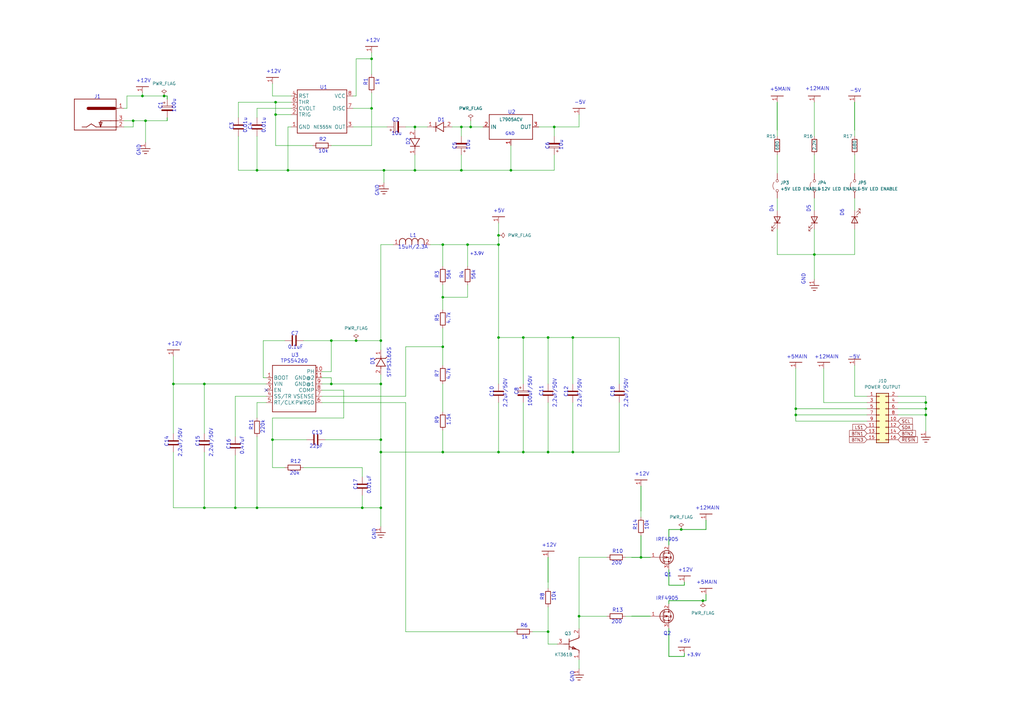
<source format=kicad_sch>
(kicad_sch (version 20250114) (generator "eeschema") (generator_version "9.0")
  (paper "A3")
  (lib_symbols
    (symbol "8088clock_w:+12MAIN" (power)
      (symbol "+12MAIN_1_0"
        (pin power_in line (at 0 -2.54 90) (length 2.54) (name "VCC") (number "1"))
      )
    )
    (symbol "8088clock_w:+12V" (power)
      (symbol "+12V_1_0"
        (pin power_in line (at 0 -2.54 90) (length 2.54) (name "+12V") (number "1"))
      )
    )
    (symbol "8088clock_w:+5MAIN" (power)
      (symbol "+5MAIN_1_0"
        (pin power_in line (at 0 -2.54 90) (length 2.54) (name "VCC") (number "1"))
      )
    )
    (symbol "8088clock_w:+5V" (power)
      (symbol "+5V_1_0"
        (pin power_in line (at 0 -2.54 90) (length 2.54) (name "+V") (number "1"))
      )
    )
    (symbol "8088clock_w:-5V" (power)
      (symbol "-5V_1_0"
        (pin power_in line (at 0 -2.54 90) (length 2.54) (name "-5V") (number "1"))
      )
    )
    (symbol "8088clock_w:4840-2201"
      (symbol "4840-2201_1_0"
        (pin power_in line (at 11.43 2.54 180) (length 2.54) (name "1") (number "1"))
        (pin power_in line (at 11.43 -2.54 180) (length 2.54) (name "3") (number "3"))
        (pin power_in line (at 11.43 -5.08 180) (length 2.54) (name "2") (number "2"))
      )
    )
    (symbol "8088clock_w:C" (pin_numbers (hide yes)) (pin_names (offset 0.254))
      (property "Reference" "C" (at 0.635 2.54 0))
      (property "Value" "C" (at 0.635 -2.54 0))
      (symbol "C_1_1"
        (pin passive line (at 0 3.81 270) (length 2.794) (name "~") (number "1"))
        (pin passive line (at 0 -3.81 90) (length 2.794) (name "~") (number "2"))
      )
    )
    (symbol "8088clock_w:CDRH8D43NP-150NC"
      (symbol "CDRH8D43NP-150NC_1_0"
        (pin passive line (at -7.62 -1.27 0) (length 2.54) (name "1") (number "1"))
        (pin passive line (at 7.62 -1.27 180) (length 2.54) (name "2") (number "2"))
      )
    )
    (symbol "8088clock_w:C_Polarized" (pin_numbers (hide yes)) (pin_names (offset 0.254))
      (property "Reference" "C" (at 0.635 2.54 0))
      (property "Value" "C_Polarized" (at 0.635 -2.54 0))
      (symbol "C_Polarized_1_1"
        (pin passive line (at 0 3.81 270) (length 2.794) (name "~") (number "1"))
        (pin passive line (at 0 -3.81 90) (length 2.794) (name "~") (number "2"))
      )
    )
    (symbol "8088clock_w:DIODE"
      (symbol "DIODE_1_0"
        (pin passive line (at -5.08 0 0) (length 2.54) (name "A") (number "2"))
        (pin passive line (at 5.08 0 180) (length 2.54) (name "K") (number "1"))
      )
    )
    (symbol "8088clock_w:GND" (power)
      (symbol "GND_1_0"
        (pin power_in line (at 0 3.556 270) (length 2.54) (name "GND") (number "1"))
      )
    )
    (symbol "8088clock_w:IRF4905" (pin_names (hide yes))
      (property "Reference" "Q" (at 5.08 1.905 0))
      (property "Value" "IRF4905" (at 5.08 0 0))
      (symbol "IRF4905_1_1"
        (pin input line (at -5.08 0 0) (length 2.54) (name "G") (number "1"))
        (pin passive line (at 2.54 5.08 270) (length 2.54) (name "D") (number "2"))
        (pin passive line (at 2.54 -5.08 90) (length 2.54) (name "S") (number "3"))
      )
    )
    (symbol "8088clock_w:L7905ACV"
      (symbol "L7905ACV_1_0"
        (pin power_in line (at -11.43 0 0) (length 2.54) (name "IN") (number "2"))
        (pin power_in line (at 0 -7.62 90) (length 2.54) (name "GND") (number "1"))
        (pin power_out line (at 11.43 0 180) (length 2.54) (name "OUT") (number "3"))
      )
    )
    (symbol "8088clock_w:LED" (pin_numbers (hide yes)) (pin_names (offset 1.016) (hide yes))
      (property "Reference" "D" (at 0 2.54 0))
      (property "Value" "LED" (at 0 -2.54 0))
      (symbol "LED_1_1"
        (pin passive line (at -3.81 0 0) (length 2.54) (name "K") (number "1"))
        (pin passive line (at 3.81 0 180) (length 2.54) (name "A") (number "2"))
      )
    )
    (symbol "8088clock_w:NE555N"
      (symbol "NE555N_1_0"
        (pin input inverted (at -12.7 6.35 0) (length 2.54) (name "RST") (number "4"))
        (pin input line (at -12.7 3.81 0) (length 2.54) (name "THR") (number "6"))
        (pin passive line (at -12.7 1.27 0) (length 2.54) (name "CVOLT") (number "5"))
        (pin input line (at -12.7 -1.27 0) (length 2.54) (name "TRIG") (number "2"))
        (pin power_in line (at -12.7 -6.35 0) (length 2.54) (name "GND") (number "1"))
        (pin power_in line (at 12.7 6.35 180) (length 2.54) (name "VCC") (number "8"))
        (pin bidirectional line (at 12.7 1.27 180) (length 2.54) (name "DISC") (number "7"))
        (pin output line (at 12.7 -6.35 180) (length 2.54) (name "OUT") (number "3"))
      )
    )
    (symbol "8088clock_w:PWR_FLAG" (power) (pin_numbers (hide yes)) (pin_names (offset 0) (hide yes))
      (property "Value" "PWR_FLAG" (at 0 3.81 0))
      (symbol "PWR_FLAG_0_0"
        (pin power_out line (at 0 0 90) (length 0) (name "~") (number "1"))
      )
    )
    (symbol "8088clock_w:R" (pin_numbers (hide yes)) (pin_names (offset 0))
      (property "Reference" "R" (at 2.032 0 90))
      (property "Value" "R" (at 0 0 90))
      (symbol "R_1_1"
        (pin passive line (at 0 3.81 270) (length 1.27) (name "~") (number "1"))
        (pin passive line (at 0 -3.81 90) (length 1.27) (name "~") (number "2"))
      )
    )
    (symbol "8088clock_w:STPS3L60S"
      (symbol "STPS3L60S_1_0"
        (pin passive line (at -5.08 0 0) (length 2.54) (name "A") (number "2"))
        (pin passive line (at 5.08 0 180) (length 2.54) (name "K") (number "1"))
      )
    )
    (symbol "8088clock_w:TPS54260"
      (symbol "TPS54260_1_0"
        (pin output line (at -11.43 3.81 0) (length 2.54) (name "BOOT") (number "1"))
        (pin power_in line (at -11.43 1.27 0) (length 2.54) (name "VIN") (number "2"))
        (pin input line (at -11.43 -1.27 0) (length 2.54) (name "EN") (number "3"))
        (pin input line (at -11.43 -3.81 0) (length 2.54) (name "SS/TR") (number "4"))
        (pin input line (at -11.43 -6.35 0) (length 2.54) (name "RT/CLK") (number "5"))
        (pin power_in line (at 11.43 6.35 180) (length 2.54) (name "PH") (number "10"))
        (pin power_in line (at 11.43 3.81 180) (length 2.54) (name "GND@2") (number "11"))
        (pin power_in line (at 11.43 1.27 180) (length 2.54) (name "GND@1") (number "9"))
        (pin output line (at 11.43 -1.27 180) (length 2.54) (name "COMP") (number "8"))
        (pin input line (at 11.43 -3.81 180) (length 2.54) (name "VSENSE") (number "7"))
        (pin output line (at 11.43 -6.35 180) (length 2.54) (name "PWRGD") (number "6"))
      )
    )
    (symbol "8088clock_w:КТ315"
      (symbol "КТ315_1_0"
        (pin passive line (at -6.35 0 0) (length 2.54) (name "Б") (number "3"))
        (pin passive line (at 2.54 6.35 270) (length 2.54) (name "К") (number "2"))
        (pin passive line (at 2.54 -6.35 90) (length 2.54) (name "Э") (number "1"))
      )
    )
    (symbol "Connector_Generic:Conn_02x08_Odd_Even" (pin_names (offset 1.016) (hide yes))
      (property "Reference" "J" (at 1.27 10.16 0))
      (property "Value" "Conn_02x08_Odd_Even" (at 1.27 -12.7 0))
      (symbol "Conn_02x08_Odd_Even_1_1"
        (pin passive line (at -5.08 7.62 0) (length 3.81) (name "Pin_1") (number "1"))
        (pin passive line (at -5.08 5.08 0) (length 3.81) (name "Pin_3") (number "3"))
        (pin passive line (at -5.08 2.54 0) (length 3.81) (name "Pin_5") (number "5"))
        (pin passive line (at -5.08 0 0) (length 3.81) (name "Pin_7") (number "7"))
        (pin passive line (at -5.08 -2.54 0) (length 3.81) (name "Pin_9") (number "9"))
        (pin passive line (at -5.08 -5.08 0) (length 3.81) (name "Pin_11") (number "11"))
        (pin passive line (at -5.08 -7.62 0) (length 3.81) (name "Pin_13") (number "13"))
        (pin passive line (at -5.08 -10.16 0) (length 3.81) (name "Pin_15") (number "15"))
        (pin passive line (at 7.62 7.62 180) (length 3.81) (name "Pin_2") (number "2"))
        (pin passive line (at 7.62 5.08 180) (length 3.81) (name "Pin_4") (number "4"))
        (pin passive line (at 7.62 2.54 180) (length 3.81) (name "Pin_6") (number "6"))
        (pin passive line (at 7.62 0 180) (length 3.81) (name "Pin_8") (number "8"))
        (pin passive line (at 7.62 -2.54 180) (length 3.81) (name "Pin_10") (number "10"))
        (pin passive line (at 7.62 -5.08 180) (length 3.81) (name "Pin_12") (number "12"))
        (pin passive line (at 7.62 -7.62 180) (length 3.81) (name "Pin_14") (number "14"))
        (pin passive line (at 7.62 -10.16 180) (length 3.81) (name "Pin_16") (number "16"))
      )
    )
    (symbol "Jumper:Jumper_2_Open" (pin_numbers (hide yes)) (pin_names (offset 0) (hide yes))
      (property "Reference" "JP" (at 0 2.794 0))
      (property "Value" "Jumper_2_Open" (at 0 -2.286 0))
      (symbol "Jumper_2_Open_1_1"
        (pin passive line (at -5.08 0 0) (length 2.54) (name "A") (number "1"))
        (pin passive line (at 5.08 0 180) (length 2.54) (name "B") (number "2"))
      )
    )
  )
  (text "+12MAIN" (at 330.2 37.338 0) (effects (font (size 1.48 1.48)) (justify left bottom)))
  (text "D6" (at 346.253 85.699 90) (effects (font (size 1.48 1.48)) (justify right bottom)))
  (text "4.7k" (at 183.11 155.907 90) (effects (font (size 1.48 1.48)) (justify left top)))
  (text "GND" (at 330.454 116.84 90) (effects (font (size 1.48 1.48)) (justify left bottom)))
  (text "+5V" (at 202.25 87.4 0) (effects (font (size 1.48 1.48)) (justify left bottom)))
  (text "R4" (at 190.27 114.322 90) (effects (font (size 1.48 1.48)) (justify left bottom)))
  (text "220k" (at 106.91 177.898 90) (effects (font (size 1.48 1.48)) (justify left top)))
  (text "10k" (at 264.39 217.465 90) (effects (font (size 1.48 1.48)) (justify left top)))
  (text "C6" (at 225.419 61.428 90) (effects (font (size 1.48 1.48)) (justify left bottom)))
  (text "10u" (at 229.241 61.737 90) (effects (font (size 1.48 1.48)) (justify left top)))
  (text "D4" (at 317.348 84.051 90) (effects (font (size 1.48 1.48)) (justify right bottom)))
  (text "GND" (at 235.585 279.914 90) (effects (font (size 1.48 1.48)) (justify left bottom)))
  (text "4.7k" (at 183.11 133.047 90) (effects (font (size 1.48 1.48)) (justify left top)))
  (text "1k" (at 153.9 35.109 90) (effects (font (size 1.48 1.48)) (justify left top)))
  (text "C13" (at 127.83 178.429 0) (effects (font (size 1.48 1.48)) (justify left bottom)))
  (text "R2" (at 130.824 58.19 0) (effects (font (size 1.48 1.48)) (justify left bottom)))
  (text "+12V" (at 55.782 34.06 0) (effects (font (size 1.48 1.48)) (justify left bottom)))
  (text "10k" (at 130.515 61.19 0) (effects (font (size 1.48 1.48)) (justify left top)))
  (text "Q1" (at 272.429 234.95 0) (effects (font (size 1.48 1.48)) (justify left top)))
  (text "2,2uF/50V" (at 236.861 167.256 90) (effects (font (size 1.48 1.48)) (justify left top)))
  (text "+12V" (at 222.152 224.56 0) (effects (font (size 1.48 1.48)) (justify left bottom)))
  (text "+3.9V" (at 195.58 104.14 0) (effects (font (size 1.27 1.27))))
  (text "TPS54260" (at 115.062 147.32 0) (effects (font (size 1.48 1.48)) (justify left top)))
  (text "R9" (at 180.11 173.94 90) (effects (font (size 1.48 1.48)) (justify left bottom)))
  (text "J1" (at 38.587 40.64 0) (effects (font (size 1.48 1.48)) (justify left bottom)))
  (text "1k" (at 213.811 260.58 0) (effects (font (size 1.48 1.48)) (justify left top)))
  (text "R3" (at 180.11 114.286 90) (effects (font (size 1.48 1.48)) (justify left bottom)))
  (text "-5V" (at 235.505 42.95 0) (effects (font (size 1.48 1.48)) (justify left bottom)))
  (text "R11" (at 103.91 176.607 90) (effects (font (size 1.48 1.48)) (justify left bottom)))
  (text "0.47uF" (at 98.431 186.572 90) (effects (font (size 1.48 1.48)) (justify left top)))
  (text "GND" (at 154.305 221.494 90) (effects (font (size 1.48 1.48)) (justify left bottom)))
  (text "IRF4905" (at 268.993 246.38 0) (effects (font (size 1.48 1.48)) (justify left bottom)))
  (text "C17" (at 146.679 201.1 90) (effects (font (size 1.48 1.48)) (justify left bottom)))
  (text "10u" (at 160.513 53.981 0) (effects (font (size 1.48 1.48)) (justify left top)))
  (text "R1" (at 150.9 35.219 90) (effects (font (size 1.48 1.48)) (justify left bottom)))
  (text "R6" (at 213.411 257.58 0) (effects (font (size 1.48 1.48)) (justify left bottom)))
  (text "C12" (at 233.039 163 90) (effects (font (size 1.48 1.48)) (justify left bottom)))
  (text "C3" (at 95.879 53.362 90) (effects (font (size 1.48 1.48)) (justify left bottom)))
  (text "2,2uF/50V" (at 206.381 167.256 90) (effects (font (size 1.48 1.48)) (justify left top)))
  (text "C11" (at 222.879 162.673 90) (effects (font (size 1.48 1.48)) (justify left bottom)))
  (text "D5" (at 332.588 84.087 90) (effects (font (size 1.48 1.48)) (justify right bottom)))
  (text "10u" (at 191.141 61.737 90) (effects (font (size 1.48 1.48)) (justify left top)))
  (text "100uF/50V" (at 216.541 166.883 90) (effects (font (size 1.48 1.48)) (justify left top)))
  (text "0.1uF" (at 118.067 141.611 0) (effects (font (size 1.48 1.48)) (justify left top)))
  (text "+12MAIN" (at 285.122 209.32 0) (effects (font (size 1.48 1.48)) (justify left bottom)))
  (text "R5" (at 180.11 132.066 90) (effects (font (size 1.48 1.48)) (justify left bottom)))
  (text "L1" (at 168.055 97.56 0) (effects (font (size 1.48 1.48)) (justify left bottom)))
  (text "C1" (at 66.669 44.932 90) (effects (font (size 1.48 1.48)) (justify left bottom)))
  (text "200" (at 250.728 230.1 0) (effects (font (size 1.48 1.48)) (justify left top)))
  (text "D2" (at 168.275 59.676 90) (effects (font (size 1.48 1.48)) (justify left bottom)))
  (text "C16" (at 94.609 184.553 90) (effects (font (size 1.48 1.48)) (justify left bottom)))
  (text "+12V" (at 109.122 30.25 0) (effects (font (size 1.48 1.48)) (justify left bottom)))
  (text "+12V" (at 149.762 17.55 0) (effects (font (size 1.48 1.48)) (justify left bottom)))
  (text "C2" (at 160.785 50.159 0) (effects (font (size 1.48 1.48)) (justify left bottom)))
  (text "22pF" (at 126.901 182.251 0) (effects (font (size 1.48 1.48)) (justify left top)))
  (text "C4" (at 103.499 53.399 90) (effects (font (size 1.48 1.48)) (justify left bottom)))
  (text "U1" (at 131.151 36.83 0) (effects (font (size 1.48 1.48)) (justify left bottom)))
  (text "200" (at 250.728 254.23 0) (effects (font (size 1.48 1.48)) (justify left top)))
  (text "C5" (at 187.319 61.465 90) (effects (font (size 1.48 1.48)) (justify left bottom)))
  (text "GND" (at 155.575 80.524 90) (effects (font (size 1.48 1.48)) (justify left bottom)))
  (text "+5V" (at 278.45 263.93 0) (effects (font (size 1.48 1.48)) (justify left bottom)))
  (text "R13" (at 251.056 251.23 0) (effects (font (size 1.48 1.48)) (justify left bottom)))
  (text "Q2" (at 272.102 259.08 0) (effects (font (size 1.48 1.48)) (justify left top)))
  (text "R14" (at 261.39 217.61 90) (effects (font (size 1.48 1.48)) (justify left bottom)))
  (text "56k" (at 193.27 114.885 90) (effects (font (size 1.48 1.48)) (justify left top)))
  (text "56k" (at 183.11 114.885 90) (effects (font (size 1.48 1.48)) (justify left top)))
  (text "+5MAIN" (at 315.722 37.592 0) (effects (font (size 1.48 1.48)) (justify left bottom)))
  (text "+12MAIN" (at 334.01 147.32 0) (effects (font (size 1.48 1.48)) (justify left bottom)))
  (text "R12" (at 118.976 190.27 0) (effects (font (size 1.48 1.48)) (justify left bottom)))
  (text "C18" (at 252.089 163 90) (effects (font (size 1.48 1.48)) (justify left bottom)))
  (text "C14" (at 69.209 183.357 90) (effects (font (size 1.48 1.48)) (justify left bottom)))
  (text "100u" (at 70.491 46.278 90) (effects (font (size 1.48 1.48)) (justify left top)))
  (text "C15" (at 81.909 183.32 90) (effects (font (size 1.48 1.48)) (justify left bottom)))
  (text "-5V" (at 348.488 38.1 0) (effects (font (size 1.48 1.48)) (justify left bottom)))
  (text "+12V" (at 260.252 195.35 0) (effects (font (size 1.48 1.48)) (justify left bottom)))
  (text "IRF4905" (at 268.993 222.25 0) (effects (font (size 1.48 1.48)) (justify left bottom)))
  (text "R8" (at 223.29 246.365 90) (effects (font (size 1.48 1.48)) (justify left bottom)))
  (text "+12V" (at 68.482 142.01 0) (effects (font (size 1.48 1.48)) (justify left bottom)))
  (text "C10" (at 202.559 163 90) (effects (font (size 1.48 1.48)) (justify left bottom)))
  (text "10k" (at 226.29 246.675 90) (effects (font (size 1.48 1.48)) (justify left top)))
  (text "R7" (at 180.11 154.926 90) (effects (font (size 1.48 1.48)) (justify left bottom)))
  (text "2,2uF/50V" (at 226.701 167.256 90) (effects (font (size 1.48 1.48)) (justify left top)))
  (text "20k" (at 118.758 193.27 0) (effects (font (size 1.48 1.48)) (justify left top)))
  (text "-5V" (at 347.98 147.32 0) (effects (font (size 1.48 1.48)) (justify left bottom)))
  (text "C8" (at 212.719 162.099 90) (effects (font (size 1.48 1.48)) (justify left bottom)))
  (text "+3.9V" (at 284.48 268.732 0) (effects (font (size 1.27 1.27))))
  (text "2,2uF/50V" (at 255.911 167.256 90) (effects (font (size 1.48 1.48)) (justify left top)))
  (text "GND" (at 207.203 54.243 0) (effects (font (size 1.233 1.233)) (justify left top)))
  (text "GND" (at 57.785 64.014 90) (effects (font (size 1.48 1.48)) (justify left bottom)))
  (text "D1" (at 179.411 50.165 0) (effects (font (size 1.48 1.48)) (justify left bottom)))
  (text "R10" (at 251.056 227.1 0) (effects (font (size 1.48 1.48)) (justify left bottom)))
  (text "15uH/2.3A" (at 163.235 100.56 0) (effects (font (size 1.48 1.48)) (justify left top)))
  (text "2,2uF/50V" (at 73.031 187.576 90) (effects (font (size 1.48 1.48)) (justify left top)))
  (text "+12V" (at 278.032 234.72 0) (effects (font (size 1.48 1.48)) (justify left bottom)))
  (text "0.01u" (at 107.321 54.689 90) (effects (font (size 1.48 1.48)) (justify left top)))
  (text "0.01uF" (at 150.501 202.719 90) (effects (font (size 1.48 1.48)) (justify left top)))
  (text "STPS3L60S" (at 158.75 154.956 90) (effects (font (size 1.48 1.48)) (justify left top)))
  (text "U2" (at 208.294 46.99 0) (effects (font (size 1.48 1.48)) (justify left bottom)))
  (text "0.01u" (at 99.701 54.689 90) (effects (font (size 1.48 1.48)) (justify left top)))
  (text "U3" (at 119.394 146.685 0) (effects (font (size 1.48 1.48)) (justify left bottom)))
  (text "1.5k" (at 183.11 174.593 90) (effects (font (size 1.48 1.48)) (justify left top)))
  (text "2,2uF/50V" (at 85.731 187.576 90) (effects (font (size 1.48 1.48)) (justify left top)))
  (text "+5MAIN" (at 285.54 239.8 0) (effects (font (size 1.48 1.48)) (justify left bottom)))
  (text "+5MAIN" (at 322.58 147.32 0) (effects (font (size 1.48 1.48)) (justify left bottom)))
  (text "D3" (at 153.67 149.846 90) (effects (font (size 1.48 1.48)) (justify left bottom)))
  (text "C7" (at 119.358 137.789 0) (effects (font (size 1.48 1.48)) (justify left bottom)))
  (junction (at 334.01 104.394))
  (junction (at 157.48 69.85))
  (junction (at 156.21 180.34))
  (junction (at 152.4 44.45))
  (junction (at 379.73 165.1))
  (junction (at 326.39 167.64))
  (junction (at 71.12 157.48))
  (junction (at 326.39 170.18))
  (junction (at 279.4 217.17))
  (junction (at 152.4 24.13))
  (junction (at 113.03 46.99))
  (junction (at 224.79 185.42))
  (junction (at 156.21 185.42))
  (junction (at 148.59 208.28))
  (junction (at 189.23 52.07))
  (junction (at 111.76 180.34))
  (junction (at 170.18 52.07))
  (junction (at 204.47 96.52))
  (junction (at 224.79 259.08))
  (junction (at 181.61 100.33))
  (junction (at 146.05 139.7))
  (junction (at 193.04 52.07))
  (junction (at 67.31 39.37))
  (junction (at 105.41 69.85))
  (junction (at 83.82 208.28))
  (junction (at 58.42 39.37))
  (junction (at 83.82 157.48))
  (junction (at 204.47 185.42))
  (junction (at 170.18 69.85))
  (junction (at 156.21 208.28))
  (junction (at 113.03 41.91))
  (junction (at 189.23 69.85))
  (junction (at 234.95 138.43))
  (junction (at 227.33 52.07))
  (junction (at 156.21 139.7))
  (junction (at 204.47 100.33))
  (junction (at 204.47 138.43))
  (junction (at 135.89 139.7))
  (junction (at 135.89 157.48))
  (junction (at 156.21 157.48))
  (junction (at 181.61 142.24))
  (junction (at 209.55 69.85))
  (junction (at 181.61 185.42))
  (junction (at 191.77 100.33))
  (junction (at 224.79 138.43))
  (junction (at 54.61 49.53))
  (junction (at 105.41 208.28))
  (junction (at 59.69 49.53))
  (junction (at 118.11 69.85))
  (junction (at 214.63 138.43))
  (junction (at 379.73 167.64))
  (junction (at 288.29 246.38))
  (junction (at 379.73 170.18))
  (junction (at 234.95 185.42))
  (junction (at 181.61 121.92))
  (junction (at 237.49 252.73))
  (junction (at 214.63 185.42))
  (junction (at 262.89 228.6))
  (junction (at 96.52 208.28))
  (no_connect (at 109.22 160.02))
  (wire (pts (xy 256.54 228.6) (xy 259.08 228.6)))
  (wire (pts (xy 237.49 52.07) (xy 237.49 46.99)))
  (wire (pts (xy 58.42 39.37) (xy 58.42 38.1)))
  (wire (pts (xy 166.37 165.1) (xy 166.37 259.08)))
  (wire (pts (xy 334.01 104.394) (xy 350.52 104.394)))
  (wire (pts (xy 113.03 46.99) (xy 113.03 59.69)))
  (wire (pts (xy 119.38 41.91) (xy 113.03 41.91)))
  (wire (pts (xy 156.21 185.42) (xy 156.21 208.28)))
  (wire (pts (xy 189.23 52.07) (xy 189.23 55.88)))
  (wire (pts (xy 355.6 167.64) (xy 326.39 167.64)))
  (wire (pts (xy 152.4 38.1) (xy 152.4 44.45)))
  (wire (pts (xy 181.61 176.53) (xy 181.61 185.42)))
  (wire (pts (xy 218.44 259.08) (xy 224.79 259.08)))
  (wire (pts (xy 191.77 100.33) (xy 204.47 100.33)))
  (wire (pts (xy 224.79 138.43) (xy 214.63 138.43)))
  (wire (pts (xy 224.79 264.16) (xy 228.6 264.16)))
  (wire (pts (xy 224.79 157.48) (xy 224.79 138.43)))
  (wire (pts (xy 71.12 208.28) (xy 71.12 185.42)))
  (wire (pts (xy 140.97 171.45) (xy 111.76 171.45)))
  (wire (pts (xy 355.6 165.1) (xy 337.82 165.1)))
  (wire (pts (xy 254 157.48) (xy 254 138.43)))
  (wire (pts (xy 334.01 41.91) (xy 334.01 55.88)))
  (wire (pts (xy 224.79 238.76) (xy 224.79 241.3)))
  (wire (pts (xy 166.37 162.56) (xy 166.37 142.24)))
  (wire (pts (xy 170.18 69.85) (xy 189.23 69.85)))
  (wire (pts (xy 379.73 165.1) (xy 379.73 167.64)))
  (wire (pts (xy 118.11 52.07) (xy 119.38 52.07)))
  (wire (pts (xy 83.82 177.8) (xy 83.82 157.48)))
  (wire (pts (xy 146.05 24.13) (xy 152.4 24.13)))
  (wire (pts (xy 135.89 157.48) (xy 132.08 157.48)))
  (wire (pts (xy 52.07 39.37) (xy 58.42 39.37)))
  (wire (pts (xy 350.52 41.91) (xy 350.52 53.34)) (stroke (width 0.25)))
  (wire (pts (xy 318.77 104.394) (xy 334.01 104.394)))
  (wire (pts (xy 318.77 63.5) (xy 318.77 71.12)))
  (wire (pts (xy 152.4 24.13) (xy 152.4 21.59)))
  (wire (pts (xy 111.76 171.45) (xy 111.76 180.34)))
  (wire (pts (xy 262.89 209.55) (xy 262.89 212.09)))
  (wire (pts (xy 132.08 152.4) (xy 135.89 152.4)))
  (wire (pts (xy 204.47 138.43) (xy 214.63 138.43)))
  (wire (pts (xy 224.79 228.6) (xy 224.79 238.76)) (stroke (width 0.25)))
  (wire (pts (xy 334.01 81.28) (xy 334.01 86.36)))
  (wire (pts (xy 132.08 162.56) (xy 166.37 162.56)))
  (wire (pts (xy 124.46 191.77) (xy 148.59 191.77)))
  (wire (pts (xy 54.61 52.07) (xy 54.61 49.53)))
  (wire (pts (xy 146.05 39.37) (xy 144.78 39.37)))
  (wire (pts (xy 224.79 259.08) (xy 224.79 264.16)))
  (wire (pts (xy 259.08 228.6) (xy 262.89 228.6)) (stroke (width 0.25)))
  (wire (pts (xy 166.37 52.07) (xy 170.18 52.07)))
  (wire (pts (xy 133.35 180.34) (xy 156.21 180.34)))
  (wire (pts (xy 96.52 186.69) (xy 96.52 208.28)))
  (wire (pts (xy 119.38 44.45) (xy 105.41 44.45)))
  (wire (pts (xy 191.77 121.92) (xy 181.61 121.92)))
  (wire (pts (xy 146.05 139.7) (xy 156.21 139.7)))
  (wire (pts (xy 237.49 228.6) (xy 237.49 252.73)))
  (wire (pts (xy 368.3 165.1) (xy 379.73 165.1)))
  (wire (pts (xy 368.3 170.18) (xy 379.73 170.18)))
  (wire (pts (xy 156.21 100.33) (xy 156.21 139.7)))
  (wire (pts (xy 156.21 215.9) (xy 156.21 208.28)))
  (wire (pts (xy 152.4 24.13) (xy 152.4 30.48)))
  (wire (pts (xy 148.59 208.28) (xy 148.59 203.2)))
  (wire (pts (xy 152.4 44.45) (xy 152.4 59.69)))
  (wire (pts (xy 97.79 41.91) (xy 113.03 41.91)))
  (wire (pts (xy 105.41 69.85) (xy 97.79 69.85)))
  (wire (pts (xy 234.95 165.1) (xy 234.95 185.42)))
  (wire (pts (xy 170.18 69.85) (xy 170.18 63.5)))
  (wire (pts (xy 326.39 170.18) (xy 355.6 170.18)))
  (wire (pts (xy 379.73 170.18) (xy 379.73 176.784)))
  (wire (pts (xy 52.07 44.45) (xy 52.07 39.37)))
  (wire (pts (xy 132.08 165.1) (xy 166.37 165.1)))
  (wire (pts (xy 262.89 199.39) (xy 262.89 209.55)) (stroke (width 0.25)))
  (wire (pts (xy 170.18 52.07) (xy 170.18 53.34)))
  (wire (pts (xy 204.47 185.42) (xy 204.47 165.1)))
  (wire (pts (xy 237.49 252.73) (xy 248.92 252.73)))
  (wire (pts (xy 109.22 162.56) (xy 96.52 162.56)))
  (wire (pts (xy 52.07 44.45) (xy 50.8 44.45)))
  (wire (pts (xy 326.39 167.64) (xy 326.39 151.13)))
  (wire (pts (xy 262.89 228.6) (xy 266.7 228.6)) (stroke (width 0.25)))
  (wire (pts (xy 144.78 52.07) (xy 158.75 52.07)))
  (wire (pts (xy 334.01 93.98) (xy 334.01 104.394)))
  (wire (pts (xy 67.31 39.37) (xy 68.58 39.37)) (stroke (width 0.25)))
  (wire (pts (xy 68.58 49.53) (xy 68.58 48.26)) (stroke (width 0.25)))
  (wire (pts (xy 254 185.42) (xy 254 165.1)))
  (wire (pts (xy 368.3 167.64) (xy 379.73 167.64)))
  (wire (pts (xy 105.41 179.07) (xy 105.41 208.28)))
  (wire (pts (xy 350.52 93.98) (xy 350.52 104.394)))
  (wire (pts (xy 135.89 152.4) (xy 135.89 139.7)))
  (wire (pts (xy 118.11 69.85) (xy 105.41 69.85)))
  (wire (pts (xy 181.61 100.33) (xy 181.61 109.22)))
  (wire (pts (xy 50.8 52.07) (xy 54.61 52.07)))
  (wire (pts (xy 204.47 185.42) (xy 181.61 185.42)))
  (wire (pts (xy 83.82 208.28) (xy 71.12 208.28)))
  (wire (pts (xy 157.48 74.93) (xy 157.48 69.85)))
  (wire (pts (xy 350.52 63.5) (xy 350.52 71.12)))
  (wire (pts (xy 113.03 41.91) (xy 113.03 46.99)))
  (wire (pts (xy 166.37 142.24) (xy 181.61 142.24)))
  (wire (pts (xy 111.76 39.37) (xy 119.38 39.37)))
  (wire (pts (xy 111.76 191.77) (xy 116.84 191.77)))
  (wire (pts (xy 119.38 46.99) (xy 113.03 46.99)))
  (wire (pts (xy 350.52 162.56) (xy 350.52 149.86)))
  (wire (pts (xy 318.77 41.91) (xy 318.77 53.34)) (stroke (width 0.25)))
  (wire (pts (xy 181.61 121.92) (xy 181.61 127)))
  (wire (pts (xy 224.79 185.42) (xy 214.63 185.42)))
  (wire (pts (xy 50.8 49.53) (xy 54.61 49.53)))
  (wire (pts (xy 220.98 52.07) (xy 227.33 52.07)))
  (wire (pts (xy 58.42 39.37) (xy 67.31 39.37)))
  (wire (pts (xy 185.42 52.07) (xy 189.23 52.07)))
  (wire (pts (xy 59.69 49.53) (xy 59.69 58.42)))
  (wire (pts (xy 97.79 69.85) (xy 97.79 55.88)))
  (wire (pts (xy 107.95 154.94) (xy 107.95 139.7)))
  (wire (pts (xy 166.37 259.08) (xy 210.82 259.08)))
  (wire (pts (xy 109.22 165.1) (xy 105.41 165.1)))
  (wire (pts (xy 96.52 162.56) (xy 96.52 179.07)))
  (wire (pts (xy 237.49 252.73) (xy 237.49 257.81)))
  (wire (pts (xy 204.47 96.52) (xy 204.47 91.44)))
  (wire (pts (xy 288.29 246.38) (xy 289.56 246.38)) (stroke (width 0.25)))
  (wire (pts (xy 254 138.43) (xy 234.95 138.43)))
  (wire (pts (xy 234.95 185.42) (xy 224.79 185.42)))
  (wire (pts (xy 156.21 157.48) (xy 156.21 153.67)))
  (wire (pts (xy 107.95 139.7) (xy 116.84 139.7)))
  (wire (pts (xy 280.67 269.24) (xy 274.32 269.24)) (stroke (width 0.25)))
  (wire (pts (xy 161.29 100.33) (xy 156.21 100.33)))
  (wire (pts (xy 318.77 53.34) (xy 318.77 55.88)))
  (wire (pts (xy 181.61 116.84) (xy 181.61 121.92)))
  (wire (pts (xy 157.48 69.85) (xy 170.18 69.85)))
  (wire (pts (xy 326.39 172.72) (xy 326.39 170.18)))
  (wire (pts (xy 59.69 49.53) (xy 68.58 49.53)))
  (wire (pts (xy 156.21 139.7) (xy 156.21 143.51)))
  (wire (pts (xy 135.89 154.94) (xy 135.89 157.48)))
  (wire (pts (xy 204.47 100.33) (xy 204.47 138.43)))
  (wire (pts (xy 71.12 157.48) (xy 71.12 177.8)))
  (wire (pts (xy 262.89 219.71) (xy 262.89 228.6)) (stroke (width 0.25)))
  (wire (pts (xy 105.41 44.45) (xy 105.41 48.26)))
  (wire (pts (xy 274.32 217.17) (xy 279.4 217.17)) (stroke (width 0.25)))
  (wire (pts (xy 156.21 208.28) (xy 148.59 208.28)))
  (wire (pts (xy 237.49 228.6) (xy 248.92 228.6)))
  (wire (pts (xy 209.55 69.85) (xy 209.55 59.69)))
  (wire (pts (xy 107.95 154.94) (xy 109.22 154.94)))
  (wire (pts (xy 224.79 248.92) (xy 224.79 259.08)))
  (wire (pts (xy 83.82 185.42) (xy 83.82 208.28)))
  (wire (pts (xy 193.04 49.53) (xy 193.04 52.07)))
  (wire (pts (xy 109.22 157.48) (xy 83.82 157.48)))
  (wire (pts (xy 274.32 240.03) (xy 274.32 233.68)) (stroke (width 0.25)))
  (wire (pts (xy 280.67 269.24) (xy 280.67 267.97)) (stroke (width 0.25)))
  (wire (pts (xy 289.56 217.17) (xy 289.56 213.36)) (stroke (width 0.25)))
  (wire (pts (xy 170.18 52.07) (xy 175.26 52.07)))
  (wire (pts (xy 227.33 52.07) (xy 227.33 55.88)))
  (wire (pts (xy 105.41 208.28) (xy 148.59 208.28)))
  (wire (pts (xy 234.95 185.42) (xy 254 185.42)))
  (wire (pts (xy 256.54 252.73) (xy 259.08 252.73)))
  (wire (pts (xy 355.6 172.72) (xy 326.39 172.72)))
  (wire (pts (xy 135.89 139.7) (xy 124.46 139.7)))
  (wire (pts (xy 96.52 208.28) (xy 105.41 208.28)))
  (wire (pts (xy 209.55 69.85) (xy 227.33 69.85)))
  (wire (pts (xy 334.01 63.5) (xy 334.01 71.12)))
  (wire (pts (xy 118.11 69.85) (xy 157.48 69.85)))
  (wire (pts (xy 135.89 139.7) (xy 146.05 139.7)))
  (wire (pts (xy 71.12 146.05) (xy 71.12 157.48)))
  (wire (pts (xy 181.61 157.48) (xy 181.61 168.91)))
  (wire (pts (xy 181.61 142.24) (xy 181.61 149.86)))
  (wire (pts (xy 156.21 157.48) (xy 156.21 180.34)))
  (wire (pts (xy 214.63 185.42) (xy 214.63 165.1)))
  (wire (pts (xy 118.11 52.07) (xy 118.11 69.85)))
  (wire (pts (xy 234.95 138.43) (xy 224.79 138.43)))
  (wire (pts (xy 140.97 160.02) (xy 140.97 171.45)))
  (wire (pts (xy 111.76 180.34) (xy 111.76 191.77)))
  (wire (pts (xy 105.41 165.1) (xy 105.41 171.45)))
  (wire (pts (xy 146.05 39.37) (xy 146.05 24.13)))
  (wire (pts (xy 132.08 160.02) (xy 140.97 160.02)))
  (wire (pts (xy 191.77 100.33) (xy 191.77 109.22)))
  (wire (pts (xy 274.32 246.38) (xy 274.32 247.65)) (stroke (width 0.25)))
  (wire (pts (xy 68.58 39.37) (xy 68.58 40.64)) (stroke (width 0.25)))
  (wire (pts (xy 144.78 44.45) (xy 152.4 44.45)))
  (wire (pts (xy 227.33 52.07) (xy 237.49 52.07)))
  (wire (pts (xy 227.33 63.5) (xy 227.33 69.85)))
  (wire (pts (xy 193.04 52.07) (xy 198.12 52.07)))
  (wire (pts (xy 214.63 185.42) (xy 204.47 185.42)))
  (wire (pts (xy 97.79 48.26) (xy 97.79 41.91)))
  (wire (pts (xy 259.08 252.73) (xy 266.7 252.73)) (stroke (width 0.25)))
  (wire (pts (xy 125.73 180.34) (xy 111.76 180.34)))
  (wire (pts (xy 318.77 93.98) (xy 318.77 104.394)))
  (wire (pts (xy 318.77 81.28) (xy 318.77 86.36)))
  (wire (pts (xy 189.23 52.07) (xy 193.04 52.07)))
  (wire (pts (xy 181.61 100.33) (xy 191.77 100.33)))
  (wire (pts (xy 135.89 157.48) (xy 156.21 157.48)))
  (wire (pts (xy 379.73 167.64) (xy 379.73 170.18)))
  (wire (pts (xy 83.82 157.48) (xy 71.12 157.48)))
  (wire (pts (xy 379.73 162.56) (xy 379.73 165.1)))
  (wire (pts (xy 280.67 240.03) (xy 274.32 240.03)) (stroke (width 0.25)))
  (wire (pts (xy 181.61 185.42) (xy 156.21 185.42)))
  (wire (pts (xy 334.01 104.394) (xy 334.01 114.554)))
  (wire (pts (xy 234.95 157.48) (xy 234.95 138.43)))
  (wire (pts (xy 156.21 185.42) (xy 156.21 180.34)))
  (wire (pts (xy 274.32 246.38) (xy 288.29 246.38)) (stroke (width 0.25)))
  (wire (pts (xy 350.52 81.28) (xy 350.52 86.36)))
  (wire (pts (xy 274.32 223.52) (xy 274.32 217.17)) (stroke (width 0.25)))
  (wire (pts (xy 113.03 59.69) (xy 128.27 59.69)))
  (wire (pts (xy 54.61 49.53) (xy 59.69 49.53)))
  (wire (pts (xy 355.6 162.56) (xy 350.52 162.56)))
  (wire (pts (xy 96.52 208.28) (xy 83.82 208.28)))
  (wire (pts (xy 280.67 240.03) (xy 280.67 238.76)) (stroke (width 0.25)))
  (wire (pts (xy 350.52 53.34) (xy 350.52 55.88)))
  (wire (pts (xy 274.32 269.24) (xy 274.32 257.81)) (stroke (width 0.25)))
  (wire (pts (xy 191.77 116.84) (xy 191.77 121.92)))
  (wire (pts (xy 289.56 246.38) (xy 289.56 243.84)) (stroke (width 0.25)))
  (wire (pts (xy 105.41 55.88) (xy 105.41 69.85)))
  (wire (pts (xy 135.89 59.69) (xy 152.4 59.69)))
  (wire (pts (xy 189.23 69.85) (xy 189.23 63.5)))
  (wire (pts (xy 279.4 217.17) (xy 289.56 217.17)) (stroke (width 0.25)))
  (wire (pts (xy 181.61 134.62) (xy 181.61 142.24)))
  (wire (pts (xy 204.47 100.33) (xy 204.47 96.52)))
  (wire (pts (xy 204.47 138.43) (xy 204.47 157.48)))
  (wire (pts (xy 176.53 100.33) (xy 181.61 100.33)))
  (wire (pts (xy 111.76 34.29) (xy 111.76 39.37)))
  (wire (pts (xy 224.79 185.42) (xy 224.79 165.1)))
  (wire (pts (xy 132.08 154.94) (xy 135.89 154.94)))
  (wire (pts (xy 148.59 191.77) (xy 148.59 195.58)))
  (wire (pts (xy 368.3 162.56) (xy 379.73 162.56)))
  (wire (pts (xy 189.23 69.85) (xy 209.55 69.85)))
  (wire (pts (xy 237.49 270.51) (xy 237.49 274.32)))
  (wire (pts (xy 326.39 167.64) (xy 326.39 170.18)))
  (wire (pts (xy 214.63 138.43) (xy 214.63 157.48)))
  (wire (pts (xy 337.82 165.1) (xy 337.82 151.13)))
  (global_label "BTN3" (shape input) (at 355.6 180.34 180) (property "Intersheetrefs" "${INTERSHEET_REFS}" (effects (hide yes))))
  (global_label "SDA" (shape input) (at 368.3 175.26 0) (property "Intersheetrefs" "${INTERSHEET_REFS}" (effects (hide yes))))
  (global_label "~{RESIN}" (shape input) (at 368.3 180.34 0) (property "Intersheetrefs" "${INTERSHEET_REFS}" (effects (hide yes))))
  (global_label "BTN2" (shape input) (at 368.3 177.8 0) (property "Intersheetrefs" "${INTERSHEET_REFS}" (effects (hide yes))))
  (global_label "LS1" (shape input) (at 355.6 175.26 180) (property "Intersheetrefs" "${INTERSHEET_REFS}" (effects (hide yes))))
  (global_label "BTN1" (shape input) (at 355.6 177.8 180) (property "Intersheetrefs" "${INTERSHEET_REFS}" (effects (hide yes))))
  (global_label "SCL" (shape input) (at 368.3 172.72 0) (property "Intersheetrefs" "${INTERSHEET_REFS}" (effects (hide yes))))
  (symbol (lib_id "8088clock_w:TPS54260") (at 120.65 158.75 0) (unit 1)
    (property "Reference" "U3" (effects (hide yes)))
    (property "Value" "TPS54260" (effects (hide yes)))
    (property "Footprint" "8080clock:HVSSOP-10-1EP_3x3mm_P0.5mm_EP1.57x1.88mm" (effects (hide yes)))
  )
  (symbol (lib_id "8088clock_w:R") (at 224.79 245.11 180) (unit 1)
    (property "Reference" "R8" (effects (hide yes)))
    (property "Value" "10k" (effects (hide yes)))
    (property "Footprint" "8080clock:R_Axial_DIN0207_L6.3mm_D2.5mm_P10.16mm_Horizontal" (effects (hide yes)))
    (property "Description" "Resistor" (effects (hide yes)))
  )
  (symbol (lib_id "8088clock_w:C") (at 71.12 181.61 0) (unit 1)
    (property "Reference" "C14" (effects (hide yes)))
    (property "Value" "2,2uF/50V" (effects (hide yes)))
    (property "Footprint" "8080clock:C_1206_3216Metric_Pad1.33x1.80mm_HandSolder" (effects (hide yes)))
    (property "Datasheet" "https://www.chipdip.ru/product/2.2mkf-x7r-50v-10-1206-grm31cr71h225ka88l-murata-9000070695" (effects (hide yes)))
    (property "Description" "Unpolarized capacitor" (effects (hide yes)))
  )
  (symbol (lib_id "8088clock_w:C_Polarized") (at 227.33 59.69 180) (unit 1)
    (property "Reference" "C6" (effects (hide yes)))
    (property "Value" "10u 16V" (effects (hide yes)))
    (property "Footprint" "8080clock:CP_Radial_D5.0mm_P2.50mm" (effects (hide yes)))
    (property "Description" "Polarized capacitor" (effects (hide yes)))
  )
  (symbol (lib_id "Jumper:Jumper_2_Open") (at 318.77 76.2 90) (unit 1)
    (property "Reference" "JP3" (at 320.04 74.9299 90) (effects (justify right)))
    (property "Value" "+5V LED ENABLE" (at 320.04 77.4699 90) (effects (justify right)))
    (property "Footprint" "8080clock:TestPoint_2Pads_Pitch2.54mm_Drill0.8mm" (effects (hide yes)))
    (property "Description" "Jumper, 2-pole, open" (effects (hide yes)))
  )
  (symbol (lib_id "8088clock_w:C") (at 204.47 161.29 0) (unit 1)
    (property "Reference" "C10" (effects (hide yes)))
    (property "Value" "2,2uF" (effects (hide yes)))
    (property "Footprint" "8080clock:C_1206_3216Metric_Pad1.33x1.80mm_HandSolder" (effects (hide yes)))
    (property "Datasheet" "https://www.chipdip.ru/product/2.2mkf-x7r-50v-10-1206-grm31cr71h225ka88l-murata-9000070695" (effects (hide yes)))
    (property "Description" "Unpolarized capacitor" (effects (hide yes)))
  )
  (symbol (lib_id "8088clock_w:+12MAIN") (at 334.01 39.37 0) (unit 1)
    (property "Reference" "#NetPort19" (effects (hide yes)))
    (property "Value" "+12MAIN" (effects (hide yes)))
  )
  (symbol (lib_id "8088clock_w:C") (at 234.95 161.29 0) (unit 1)
    (property "Reference" "C12" (effects (hide yes)))
    (property "Value" "2,2uF" (effects (hide yes)))
    (property "Footprint" "8080clock:C_1206_3216Metric_Pad1.33x1.80mm_HandSolder" (effects (hide yes)))
    (property "Datasheet" "https://www.chipdip.ru/product/2.2mkf-x7r-50v-10-1206-grm31cr71h225ka88l-murata-9000070695" (effects (hide yes)))
    (property "Description" "Unpolarized capacitor" (effects (hide yes)))
  )
  (symbol (lib_id "8088clock_w:R") (at 334.01 59.69 180) (unit 1)
    (property "Reference" "R16" (at 331.47 55.88 0))
    (property "Value" "2.2K" (at 334.01 59.436 90))
    (property "Footprint" "8080clock:R_Axial_DIN0207_L6.3mm_D2.5mm_P10.16mm_Horizontal" (effects (hide yes)))
    (property "Description" "Resistor" (effects (hide yes)))
  )
  (symbol (lib_id "8088clock_w:+12MAIN") (at 337.82 148.59 0) (unit 1)
    (property "Reference" "#NetPort060" (effects (hide yes)))
    (property "Value" "+12MAIN" (effects (hide yes)))
  )
  (symbol (lib_id "8088clock_w:C") (at 120.65 139.7 90) (unit 1)
    (property "Reference" "C7" (effects (hide yes)))
    (property "Value" "0.1uF" (effects (hide yes)))
    (property "Footprint" "8080clock:C_Disc_D7.0mm_W2.5mm_P5.00mm" (effects (hide yes)))
    (property "Description" "Unpolarized capacitor" (effects (hide yes)))
  )
  (symbol (lib_id "8088clock_w:GND") (at 156.21 219.456 0) (unit 1)
    (property "Reference" "#NetPort9" (effects (hide yes)))
    (property "Value" "GND" (effects (hide yes)))
  )
  (symbol (lib_id "8088clock_w:C") (at 105.41 52.07 180) (unit 1)
    (property "Reference" "C4" (effects (hide yes)))
    (property "Value" "0.01u" (effects (hide yes)))
    (property "Footprint" "8080clock:C_Disc_D7.0mm_W2.5mm_P5.00mm" (effects (hide yes)))
    (property "Description" "Unpolarized capacitor" (effects (hide yes)))
  )
  (symbol (lib_id "8088clock_w:IRF4905") (at 271.78 252.73 0) (unit 1)
    (property "Reference" "Q2" (effects (hide yes)))
    (property "Value" "IRF4905" (effects (hide yes)))
    (property "Footprint" "8080clock:TO-220-3_Horizontal_TabDown" (effects (hide yes)))
    (property "Datasheet" "http://www.infineon.com/dgdl/irf4905.pdf?fileId=5546d462533600a4015355e32165197c" (effects (hide yes)))
    (property "Description" "-74A Id, -55V Vds, Single P-Channel HEXFET Power MOSFET, 20mOhm Ron, TO-220AB" (effects (hide yes)))
  )
  (symbol (lib_id "Jumper:Jumper_2_Open") (at 350.52 76.2 90) (unit 1)
    (property "Reference" "JP5" (at 351.79 74.9299 90) (effects (justify right)))
    (property "Value" "-5V LED ENABLE" (at 351.79 77.4699 90) (effects (justify right)))
    (property "Footprint" "8080clock:TestPoint_2Pads_Pitch2.54mm_Drill0.8mm" (effects (hide yes)))
    (property "Description" "Jumper, 2-pole, open" (effects (hide yes)))
  )
  (symbol (lib_id "8088clock_w:C_Polarized") (at 162.56 52.07 90) (unit 1)
    (property "Reference" "C2" (effects (hide yes)))
    (property "Value" "10u" (effects (hide yes)))
    (property "Footprint" "8080clock:CP_Radial_D5.0mm_P2.50mm" (effects (hide yes)))
    (property "Description" "Polarized capacitor" (effects (hide yes)))
  )
  (symbol (lib_id "8088clock_w:PWR_FLAG") (at 204.47 96.52 270) (unit 1)
    (property "Reference" "#FLG04" (effects (hide yes)))
    (property "Value" "PWR_FLAG" (at 208.28 96.5199 90) (effects (justify left)))
    (property "Description" "Special symbol for telling ERC where power comes from" (effects (hide yes)))
  )
  (symbol (lib_id "8088clock_w:GND") (at 237.49 277.876 0) (unit 1)
    (property "Reference" "#NetPort12" (effects (hide yes)))
    (property "Value" "GND" (effects (hide yes)))
  )
  (symbol (lib_id "8088clock_w:R") (at 132.08 59.69 270) (unit 1)
    (property "Reference" "R2" (effects (hide yes)))
    (property "Value" "10k" (effects (hide yes)))
    (property "Footprint" "8080clock:R_Axial_DIN0207_L6.3mm_D2.5mm_P10.16mm_Horizontal" (effects (hide yes)))
    (property "Description" "Resistor" (effects (hide yes)))
  )
  (symbol (lib_id "8088clock_w:+12V") (at 71.12 143.51 0) (unit 1)
    (property "Reference" "#NetPort8" (effects (hide yes)))
    (property "Value" "+12V" (effects (hide yes)))
  )
  (symbol (lib_id "8088clock_w:КТ315") (at 234.95 264.16 0) (unit 1)
    (property "Reference" "Q3" (at 232.918 259.842 0))
    (property "Value" "КТ361В" (at 231.14 268.478 0))
    (property "Footprint" "8080clock:КТ361В" (effects (hide yes)))
    (property "Description" "PNP Transistor, KT-13" (effects (hide yes)))
  )
  (symbol (lib_id "8088clock_w:LED") (at 318.77 90.17 270) (mirror x) (unit 1)
    (property "Reference" "D4" (effects (hide yes)))
    (property "Value" "+5V" (effects (hide yes)))
    (property "Footprint" "8080clock:LED_D5.0mm" (effects (hide yes)))
    (property "Description" "Light emitting diode" (effects (hide yes)))
    (property "Sim.Pins" "1=K 2=A" (effects (hide yes)))
  )
  (symbol (lib_id "8088clock_w:-5V") (at 350.52 147.32 0) (unit 1)
    (property "Reference" "#NetPort061" (effects (hide yes)))
    (property "Value" "-5V" (effects (hide yes)))
  )
  (symbol (lib_id "8088clock_w:DIODE") (at 180.34 52.07 180) (unit 1)
    (property "Reference" "D1" (effects (hide yes)))
    (property "Value" "1N4148" (effects (hide yes)))
    (property "Footprint" "8080clock:D_DO-35_SOD27_P10.16mm_Horizontal" (effects (hide yes)))
  )
  (symbol (lib_id "8088clock_w:+12V") (at 262.89 196.85 0) (unit 1)
    (property "Reference" "#NetPort11" (effects (hide yes)))
    (property "Value" "+12V" (effects (hide yes)))
  )
  (symbol (lib_id "8088clock_w:+12V") (at 111.76 31.75 0) (unit 1)
    (property "Reference" "#NetPort3" (effects (hide yes)))
    (property "Value" "+12V" (effects (hide yes)))
  )
  (symbol (lib_id "8088clock_w:R") (at 350.52 59.69 180) (unit 1)
    (property "Reference" "R17" (at 347.726 55.88 0))
    (property "Value" "680" (at 350.52 59.436 90))
    (property "Footprint" "8080clock:R_Axial_DIN0207_L6.3mm_D2.5mm_P10.16mm_Horizontal" (effects (hide yes)))
    (property "Description" "Resistor" (effects (hide yes)))
  )
  (symbol (lib_id "8088clock_w:C_Polarized") (at 68.58 44.45 0) (unit 1)
    (property "Reference" "C1" (effects (hide yes)))
    (property "Value" "100uF 25V" (effects (hide yes)))
    (property "Footprint" "8080clock:CP_Radial_D8.0mm_P5.00mm" (effects (hide yes)))
    (property "Description" "Polarized capacitor" (effects (hide yes)))
  )
  (symbol (lib_id "8088clock_w:+12V") (at 152.4 19.05 0) (unit 1)
    (property "Reference" "#NetPort2" (effects (hide yes)))
    (property "Value" "+12V" (effects (hide yes)))
  )
  (symbol (lib_id "8088clock_w:+12V") (at 58.42 35.56 0) (unit 1)
    (property "Reference" "#NetPort1" (effects (hide yes)))
    (property "Value" "+12V" (effects (hide yes)))
  )
  (symbol (lib_id "8088clock_w:GND") (at 157.48 78.486 0) (unit 1)
    (property "Reference" "#NetPort6" (effects (hide yes)))
    (property "Value" "GND" (effects (hide yes)))
  )
  (symbol (lib_id "8088clock_w:PWR_FLAG") (at 279.4 217.17 0) (unit 1)
    (property "Reference" "#FLG03" (effects (hide yes)))
    (property "Value" "PWR_FLAG" (at 279.4 212.09 0))
    (property "Description" "Special symbol for telling ERC where power comes from" (effects (hide yes)))
  )
  (symbol (lib_id "8088clock_w:C") (at 148.59 199.39 0) (unit 1)
    (property "Reference" "C17" (effects (hide yes)))
    (property "Value" "0.01uF" (effects (hide yes)))
    (property "Footprint" "8080clock:C_Disc_D7.0mm_W2.5mm_P5.00mm" (effects (hide yes)))
    (property "Description" "Unpolarized capacitor" (effects (hide yes)))
  )
  (symbol (lib_id "8088clock_w:L7905ACV") (at 209.55 52.07 0) (unit 1)
    (property "Reference" "U2" (effects (hide yes)))
    (property "Value" "L7905ACV" (at 209.55 49.022 0))
    (property "Footprint" "8080clock:TO-220-3_Horizontal_TabDown" (effects (hide yes)))
  )
  (symbol (lib_id "8088clock_w:R") (at 252.73 228.6 90) (unit 1)
    (property "Reference" "R10" (effects (hide yes)))
    (property "Value" "200" (effects (hide yes)))
    (property "Footprint" "8080clock:R_Axial_DIN0207_L6.3mm_D2.5mm_P10.16mm_Horizontal" (effects (hide yes)))
    (property "Description" "Resistor" (effects (hide yes)))
  )
  (symbol (lib_id "8088clock_w:C") (at 83.82 181.61 0) (unit 1)
    (property "Reference" "C15" (effects (hide yes)))
    (property "Value" "2,2uF/50V" (effects (hide yes)))
    (property "Footprint" "8080clock:C_1206_3216Metric_Pad1.33x1.80mm_HandSolder" (effects (hide yes)))
    (property "Datasheet" "https://www.chipdip.ru/product/2.2mkf-x7r-50v-10-1206-grm31cr71h225ka88l-murata-9000070695" (effects (hide yes)))
    (property "Description" "Unpolarized capacitor" (effects (hide yes)))
  )
  (symbol (lib_id "8088clock_w:R") (at 105.41 175.26 0) (unit 1)
    (property "Reference" "R11" (effects (hide yes)))
    (property "Value" "220k" (effects (hide yes)))
    (property "Footprint" "8080clock:R_Axial_DIN0207_L6.3mm_D2.5mm_P10.16mm_Horizontal" (effects (hide yes)))
    (property "Description" "Resistor" (effects (hide yes)))
  )
  (symbol (lib_id "8088clock_w:+12V") (at 280.67 236.22 0) (unit 1)
    (property "Reference" "#NetPort13" (effects (hide yes)))
    (property "Value" "+12V" (effects (hide yes)))
  )
  (symbol (lib_id "8088clock_w:R") (at 262.89 215.9 180) (unit 1)
    (property "Reference" "R14" (effects (hide yes)))
    (property "Value" "10k" (effects (hide yes)))
    (property "Footprint" "8080clock:R_Axial_DIN0207_L6.3mm_D2.5mm_P10.16mm_Horizontal" (effects (hide yes)))
    (property "Description" "Resistor" (effects (hide yes)))
  )
  (symbol (lib_id "8088clock_w:IRF4905") (at 271.78 228.6 0) (unit 1)
    (property "Reference" "Q1" (effects (hide yes)))
    (property "Value" "IRF4905" (effects (hide yes)))
    (property "Footprint" "8080clock:TO-220-3_Horizontal_TabDown" (effects (hide yes)))
    (property "Datasheet" "http://www.infineon.com/dgdl/irf4905.pdf?fileId=5546d462533600a4015355e32165197c" (effects (hide yes)))
    (property "Description" "-74A Id, -55V Vds, Single P-Channel HEXFET Power MOSFET, 20mOhm Ron, TO-220AB" (effects (hide yes)))
  )
  (symbol (lib_id "8088clock_w:R") (at 191.77 113.03 180) (unit 1)
    (property "Reference" "R4" (effects (hide yes)))
    (property "Value" "56k" (effects (hide yes)))
    (property "Footprint" "8080clock:R_Axial_DIN0207_L6.3mm_D2.5mm_P10.16mm_Horizontal" (effects (hide yes)))
    (property "Description" "Resistor" (effects (hide yes)))
  )
  (symbol (lib_id "8088clock_w:C_Polarized") (at 189.23 59.69 180) (unit 1)
    (property "Reference" "C5" (effects (hide yes)))
    (property "Value" "10u" (effects (hide yes)))
    (property "Footprint" "8080clock:CP_Radial_D5.0mm_P2.50mm" (effects (hide yes)))
    (property "Description" "Polarized capacitor" (effects (hide yes)))
  )
  (symbol (lib_id "8088clock_w:R") (at 252.73 252.73 90) (unit 1)
    (property "Reference" "R13" (effects (hide yes)))
    (property "Value" "200" (effects (hide yes)))
    (property "Footprint" "8080clock:R_Axial_DIN0207_L6.3mm_D2.5mm_P10.16mm_Horizontal" (effects (hide yes)))
    (property "Description" "Resistor" (effects (hide yes)))
  )
  (symbol (lib_id "8088clock_w:R") (at 152.4 34.29 0) (unit 1)
    (property "Reference" "R1" (effects (hide yes)))
    (property "Value" "1k" (effects (hide yes)))
    (property "Footprint" "8080clock:R_Axial_DIN0207_L6.3mm_D2.5mm_P10.16mm_Horizontal" (effects (hide yes)))
    (property "Description" "Resistor" (effects (hide yes)))
  )
  (symbol (lib_id "8088clock_w:C") (at 129.54 180.34 90) (unit 1)
    (property "Reference" "C13" (effects (hide yes)))
    (property "Value" "22pF" (effects (hide yes)))
    (property "Footprint" "8080clock:C_Disc_D7.0mm_W2.5mm_P5.00mm" (effects (hide yes)))
    (property "Description" "Unpolarized capacitor" (effects (hide yes)))
  )
  (symbol (lib_id "8088clock_w:+5MAIN") (at 289.56 241.3 0) (unit 1)
    (property "Reference" "#NetPort16" (effects (hide yes)))
    (property "Value" "+5MAIN" (effects (hide yes)))
  )
  (symbol (lib_id "8088clock_w:C") (at 96.52 182.88 0) (unit 1)
    (property "Reference" "C16" (effects (hide yes)))
    (property "Value" "0.47uF" (effects (hide yes)))
    (property "Footprint" "8080clock:C_Disc_D7.0mm_W2.5mm_P5.00mm" (effects (hide yes)))
    (property "Description" "Unpolarized capacitor" (effects (hide yes)))
  )
  (symbol (lib_id "8088clock_w:R") (at 181.61 172.72 0) (unit 1)
    (property "Reference" "R9" (effects (hide yes)))
    (property "Value" "1.5k" (effects (hide yes)))
    (property "Footprint" "8080clock:R_Axial_DIN0207_L6.3mm_D2.5mm_P10.16mm_Horizontal" (effects (hide yes)))
    (property "Description" "Resistor" (effects (hide yes)))
  )
  (symbol (lib_id "8088clock_w:C") (at 97.79 52.07 180) (unit 1)
    (property "Reference" "C3" (effects (hide yes)))
    (property "Value" "0.01u" (effects (hide yes)))
    (property "Footprint" "8080clock:C_Disc_D7.0mm_W2.5mm_P5.00mm" (effects (hide yes)))
    (property "Description" "Unpolarized capacitor" (effects (hide yes)))
  )
  (symbol (lib_id "8088clock_w:GND") (at 379.73 180.34 0) (unit 1)
    (property "Reference" "#NetPort062" (effects (hide yes)))
    (property "Value" "GND" (effects (hide yes)))
  )
  (symbol (lib_id "8088clock_w:DIODE") (at 170.18 58.42 270) (unit 1)
    (property "Reference" "D2" (effects (hide yes)))
    (property "Value" "1N4148" (effects (hide yes)))
    (property "Footprint" "8080clock:D_DO-35_SOD27_P10.16mm_Horizontal" (effects (hide yes)))
  )
  (symbol (lib_id "8088clock_w:PWR_FLAG") (at 67.31 39.37 0) (unit 1)
    (property "Reference" "#FLG01" (effects (hide yes)))
    (property "Value" "PWR_FLAG" (at 67.31 34.29 0))
    (property "Description" "Special symbol for telling ERC where power comes from" (effects (hide yes)))
  )
  (symbol (lib_id "8088clock_w:LED") (at 334.01 90.17 270) (mirror x) (unit 1)
    (property "Reference" "D5" (effects (hide yes)))
    (property "Value" "+12V" (effects (hide yes)))
    (property "Footprint" "8080clock:LED_D5.0mm" (effects (hide yes)))
    (property "Description" "Light emitting diode" (effects (hide yes)))
    (property "Sim.Pins" "1=K 2=A" (effects (hide yes)))
  )
  (symbol (lib_id "8088clock_w:GND") (at 59.69 61.976 0) (unit 1)
    (property "Reference" "#NetPort4" (effects (hide yes)))
    (property "Value" "GND" (effects (hide yes)))
  )
  (symbol (lib_id "8088clock_w:R") (at 120.65 191.77 270) (unit 1)
    (property "Reference" "R12" (effects (hide yes)))
    (property "Value" "20k" (effects (hide yes)))
    (property "Footprint" "8080clock:R_Axial_DIN0207_L6.3mm_D2.5mm_P10.16mm_Horizontal" (effects (hide yes)))
    (property "Description" "Resistor" (effects (hide yes)))
  )
  (symbol (lib_id "8088clock_w:R") (at 181.61 113.03 0) (unit 1)
    (property "Reference" "R3" (effects (hide yes)))
    (property "Value" "56k" (effects (hide yes)))
    (property "Footprint" "8080clock:R_Axial_DIN0207_L6.3mm_D2.5mm_P10.16mm_Horizontal" (effects (hide yes)))
    (property "Description" "Resistor" (effects (hide yes)))
  )
  (symbol (lib_id "8088clock_w:+5MAIN") (at 318.77 39.37 0) (unit 1)
    (property "Reference" "#NetPort18" (effects (hide yes)))
    (property "Value" "+5MAIN" (effects (hide yes)))
  )
  (symbol (lib_id "Connector_Generic:Conn_02x08_Odd_Even") (at 360.68 170.18 0) (unit 1)
    (property "Reference" "J10" (at 361.95 156.21 0))
    (property "Value" "POWER OUTPUT" (at 361.95 158.75 0))
    (property "Footprint" "8080clock:IDC-Header_2x08_P2.54mm_Vertical" (effects (hide yes)))
    (property "Description" "Generic connector, double row, 02x08, odd/even pin numbering scheme (row 1 odd numbers, row 2 even numbers), script generated (kicad-library-utils/schlib/autogen/connector/)" (effects (hide yes)))
  )
  (symbol (lib_id "8088clock_w:PWR_FLAG") (at 193.04 49.53 0) (unit 1)
    (property "Reference" "#FLG06" (effects (hide yes)))
    (property "Value" "PWR_FLAG" (at 193.04 44.45 0))
    (property "Description" "Special symbol for telling ERC where power comes from" (effects (hide yes)))
  )
  (symbol (lib_id "8088clock_w:R") (at 181.61 130.81 180) (unit 1)
    (property "Reference" "R5" (effects (hide yes)))
    (property "Value" "4.7k" (effects (hide yes)))
    (property "Footprint" "8080clock:R_Axial_DIN0207_L6.3mm_D2.5mm_P10.16mm_Horizontal" (effects (hide yes)))
    (property "Description" "Resistor" (effects (hide yes)))
  )
  (symbol (lib_id "8088clock_w:R") (at 181.61 153.67 180) (unit 1)
    (property "Reference" "R7" (effects (hide yes)))
    (property "Value" "4.7k" (effects (hide yes)))
    (property "Footprint" "8080clock:R_Axial_DIN0207_L6.3mm_D2.5mm_P10.16mm_Horizontal" (effects (hide yes)))
    (property "Description" "Resistor" (effects (hide yes)))
  )
  (symbol (lib_id "8088clock_w:PWR_FLAG") (at 288.29 246.38 180) (unit 1)
    (property "Reference" "#FLG07" (effects (hide yes)))
    (property "Value" "PWR_FLAG" (at 288.29 251.46 0))
    (property "Description" "Special symbol for telling ERC where power comes from" (effects (hide yes)))
  )
  (symbol (lib_id "8088clock_w:R") (at 214.63 259.08 90) (unit 1)
    (property "Reference" "R6" (effects (hide yes)))
    (property "Value" "1k" (effects (hide yes)))
    (property "Footprint" "8080clock:R_Axial_DIN0207_L6.3mm_D2.5mm_P10.16mm_Horizontal" (effects (hide yes)))
    (property "Description" "Resistor" (effects (hide yes)))
  )
  (symbol (lib_id "Jumper:Jumper_2_Open") (at 334.01 76.2 90) (unit 1)
    (property "Reference" "JP4" (at 335.28 74.9299 90) (effects (justify right)))
    (property "Value" "+12V LED ENABLE" (at 335.28 77.4699 90) (effects (justify right)))
    (property "Footprint" "8080clock:TestPoint_2Pads_Pitch2.54mm_Drill0.8mm" (effects (hide yes)))
    (property "Description" "Jumper, 2-pole, open" (effects (hide yes)))
  )
  (symbol (lib_id "8088clock_w:-5V") (at 237.49 44.45 0) (unit 1)
    (property "Reference" "#NetPort5" (effects (hide yes)))
    (property "Value" "-5V" (effects (hide yes)))
  )
  (symbol (lib_id "8088clock_w:C") (at 254 161.29 0) (unit 1)
    (property "Reference" "C18" (effects (hide yes)))
    (property "Value" "2,2uF" (effects (hide yes)))
    (property "Footprint" "8080clock:C_1206_3216Metric_Pad1.33x1.80mm_HandSolder" (effects (hide yes)))
    (property "Datasheet" "https://www.chipdip.ru/product/2.2mkf-x7r-50v-10-1206-grm31cr71h225ka88l-murata-9000070695" (effects (hide yes)))
    (property "Description" "Unpolarized capacitor" (effects (hide yes)))
  )
  (symbol (lib_id "8088clock_w:STPS3L60S") (at 156.21 148.59 90) (unit 1)
    (property "Reference" "D3" (effects (hide yes)))
    (property "Value" "STPS3L60S" (effects (hide yes)))
    (property "Footprint" "8080clock:D_SMC_Handsoldering" (effects (hide yes)))
  )
  (symbol (lib_id "8088clock_w:R") (at 318.77 59.69 180) (unit 1)
    (property "Reference" "R15" (at 316.23 55.88 0))
    (property "Value" "680" (at 318.77 59.69 90))
    (property "Footprint" "8080clock:R_Axial_DIN0207_L6.3mm_D2.5mm_P10.16mm_Horizontal" (effects (hide yes)))
    (property "Description" "Resistor" (effects (hide yes)))
  )
  (symbol (lib_id "8088clock_w:-5V") (at 350.52 39.37 0) (unit 1)
    (property "Reference" "#NetPort20" (effects (hide yes)))
    (property "Value" "-5V" (effects (hide yes)))
  )
  (symbol (lib_id "8088clock_w:+5MAIN") (at 326.39 148.59 0) (unit 1)
    (property "Reference" "#NetPort059" (effects (hide yes)))
    (property "Value" "+5MAIN" (effects (hide yes)))
  )
  (symbol (lib_id "8088clock_w:+5V") (at 280.67 265.43 0) (unit 1)
    (property "Reference" "#NetPort14" (effects (hide yes)))
    (property "Value" "+5V" (effects (hide yes)))
  )
  (symbol (lib_id "8088clock_w:CDRH8D43NP-150NC") (at 168.91 99.06 0) (unit 1)
    (property "Reference" "L1" (effects (hide yes)))
    (property "Value" "15uH/2.3A" (effects (hide yes)))
    (property "Footprint" "8080clock:CDRH8D43NP-100NC" (effects (hide yes)))
  )
  (symbol (lib_id "8088clock_w:PWR_FLAG") (at 146.05 139.7 0) (unit 1)
    (property "Reference" "#FLG05" (effects (hide yes)))
    (property "Value" "PWR_FLAG" (at 146.05 134.62 0))
    (property "Description" "Special symbol for telling ERC where power comes from" (effects (hide yes)))
  )
  (symbol (lib_id "8088clock_w:GND") (at 334.01 118.11 0) (unit 1)
    (property "Reference" "#NetPort17" (effects (hide yes)))
    (property "Value" "GND" (effects (hide yes)))
  )
  (symbol (lib_id "8088clock_w:NE555N") (at 132.08 45.72 0) (unit 1)
    (property "Reference" "U1" (effects (hide yes)))
    (property "Value" "NE555N" (at 132.334 52.07 0))
    (property "Footprint" "8080clock:DIP-8_W7.62mm_Socket_LongPads" (effects (hide yes)))
  )
  (symbol (lib_id "8088clock_w:+12V") (at 224.79 226.06 0) (unit 1)
    (property "Reference" "#NetPort10" (effects (hide yes)))
    (property "Value" "+12V" (effects (hide yes)))
  )
  (symbol (lib_id "8088clock_w:C") (at 224.79 161.29 0) (unit 1)
    (property "Reference" "C11" (effects (hide yes)))
    (property "Value" "2,2uF" (effects (hide yes)))
    (property "Footprint" "8080clock:C_1206_3216Metric_Pad1.33x1.80mm_HandSolder" (effects (hide yes)))
    (property "Datasheet" "https://www.chipdip.ru/product/2.2mkf-x7r-50v-10-1206-grm31cr71h225ka88l-murata-9000070695" (effects (hide yes)))
    (property "Description" "Unpolarized capacitor" (effects (hide yes)))
  )
  (symbol (lib_id "8088clock_w:LED") (at 350.52 90.17 90) (mirror x) (unit 1)
    (property "Reference" "D6" (effects (hide yes)))
    (property "Value" "-5V" (effects (hide yes)))
    (property "Footprint" "8080clock:LED_D5.0mm" (effects (hide yes)))
    (property "Description" "Light emitting diode" (effects (hide yes)))
    (property "Sim.Pins" "1=K 2=A" (effects (hide yes)))
  )
  (symbol (lib_id "8088clock_w:4840-2201") (at 39.37 46.99 0) (unit 1)
    (property "Reference" "J1" (effects (hide yes)))
    (property "Value" "4840-2201" (effects (hide yes)))
    (property "Footprint" "8080clock:BarrelJack_GCT_DCJ200-10-A_Horizontal" (effects (hide yes)))
  )
  (symbol (lib_id "8088clock_w:+5V") (at 204.47 88.9 0) (unit 1)
    (property "Reference" "#NetPort7" (effects (hide yes)))
    (property "Value" "+5V" (effects (hide yes)))
  )
  (symbol (lib_id "8088clock_w:+12MAIN") (at 289.56 210.82 0) (unit 1)
    (property "Reference" "#NetPort15" (effects (hide yes)))
    (property "Value" "+12MAIN" (effects (hide yes)))
  )
  (symbol (lib_id "8088clock_w:C_Polarized") (at 214.63 161.29 0) (unit 1)
    (property "Reference" "C8" (effects (hide yes)))
    (property "Value" "100uF/50V" (effects (hide yes)))
    (property "Footprint" "8080clock:CP_Radial_D8.0mm_P3.50mm" (effects (hide yes)))
    (property "Description" "Polarized capacitor" (effects (hide yes)))
  )
)
</source>
